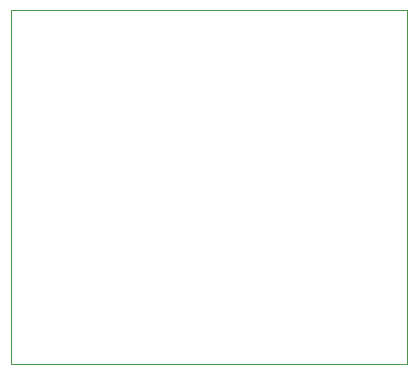
<source format=gm1>
G04 #@! TF.GenerationSoftware,KiCad,Pcbnew,7.0.9*
G04 #@! TF.CreationDate,2024-02-15T19:09:08+01:00*
G04 #@! TF.ProjectId,USBussy_Current_Probe,55534275-7373-4795-9f43-757272656e74,1.0*
G04 #@! TF.SameCoordinates,Original*
G04 #@! TF.FileFunction,Profile,NP*
%FSLAX46Y46*%
G04 Gerber Fmt 4.6, Leading zero omitted, Abs format (unit mm)*
G04 Created by KiCad (PCBNEW 7.0.9) date 2024-02-15 19:09:08*
%MOMM*%
%LPD*%
G01*
G04 APERTURE LIST*
G04 #@! TA.AperFunction,Profile*
%ADD10C,0.100000*%
G04 #@! TD*
G04 APERTURE END LIST*
D10*
X29083000Y-58039000D02*
X62611000Y-58039000D01*
X62611000Y-88011000D01*
X29083000Y-88011000D01*
X29083000Y-58039000D01*
M02*

</source>
